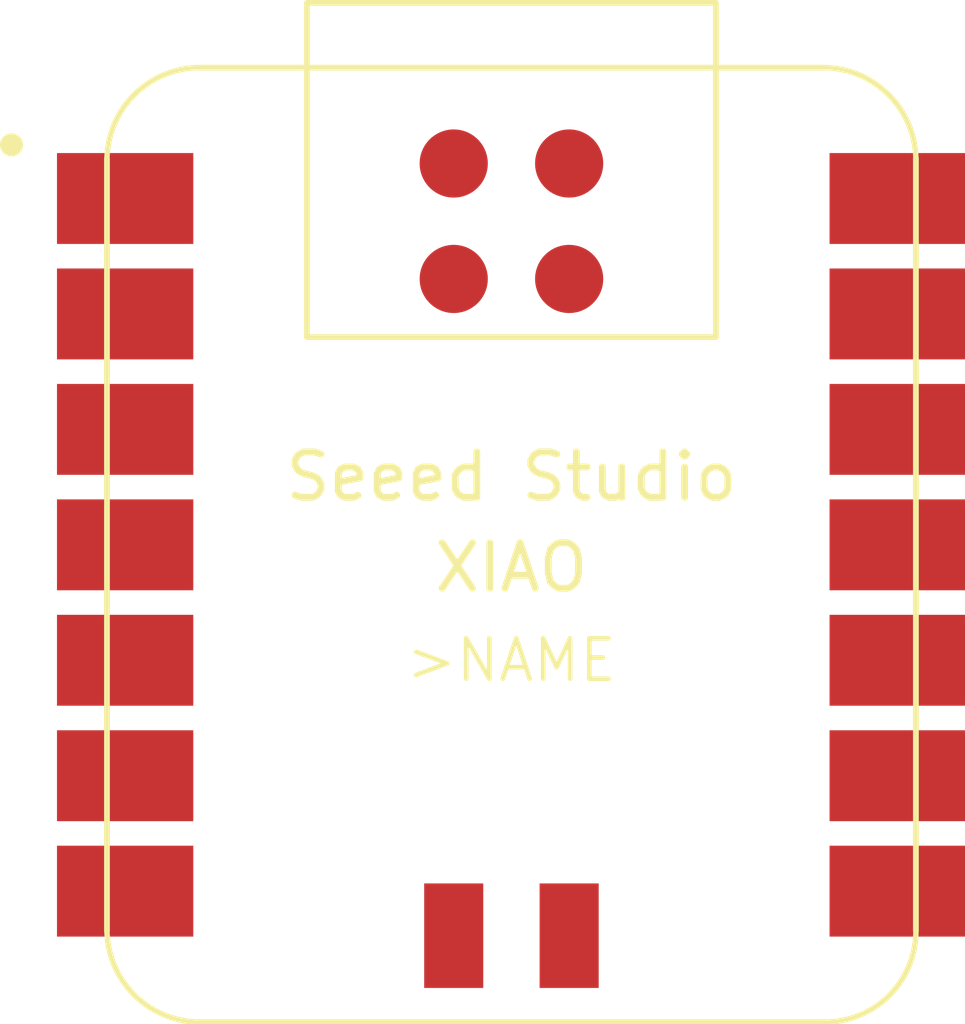
<source format=kicad_pcb>
(kicad_pcb (version 20240108) (generator "pcbnew") (generator_version "8.0")
  (layers (0 "F.Cu" signal) (31 "B.Cu" signal) (34 "B.Paste" user) (35 "F.Paste" user) (36 "B.SilkS" user "B.Silkscreen") (37 "F.SilkS" user "F.Silkscreen") (38 "B.Mask" user) (39 "F.Mask" user) (44 "Edge.Cuts" user))
  (net 0 "")
  (footprint "Seeed Studio XIAO Series Library:XIAO-SAMD21-RP2040-14P-2.54-21X17.8MM (Seeeduino XIAO)" (layer "F.Cu") (at 55 52.5)
    (property "Reference" ">NAME" (at 0 2.54 0) (layer "F.SilkS") (effects (font (size 0.889 0.889) (thickness 0.1016))))
    (property "Value" ">VALUE" (hide yes))
    (fp_line (start -8.9 -8.5) (end -8.9 8.5) (stroke (width 0.127)) (layer "F.SilkS"))
    (fp_line (start -6.9 10.5) (end 6.9 10.5) (stroke (width 0.127)) (layer "F.SilkS"))
    (fp_line (start -4.5 -11.92403) (end 4.5 -11.92403) (stroke (width 0.127)) (layer "F.SilkS"))
    (fp_line (start -4.5 -4.57073) (end -4.5 -11.92403) (stroke (width 0.127)) (layer "F.SilkS"))
    (fp_line (start 4.5 -11.92403) (end 4.5 -4.57073) (stroke (width 0.127)) (layer "F.SilkS"))
    (fp_line (start 4.5 -4.57073) (end -4.5 -4.57073) (stroke (width 0.127)) (layer "F.SilkS"))
    (fp_line (start 6.9 -10.49909) (end -6.9 -10.49909) (stroke (width 0.127)) (layer "F.SilkS"))
    (fp_line (start 8.9 8.5) (end 8.9 -8.5) (stroke (width 0.127)) (layer "F.SilkS"))
    (fp_arc (start -8.9 -8.5) (mid -8.301491 -9.901491) (end -6.9 -10.5) (stroke (width 0.12)) (layer "F.SilkS"))
    (fp_arc (start -6.9 10.5) (mid -8.301423 9.901423) (end -8.9 8.5) (stroke (width 0.12)) (layer "F.SilkS"))
    (fp_arc (start 6.9 -10.5) (mid 8.301492 -9.901492) (end 8.9 -8.5) (stroke (width 0.12)) (layer "F.SilkS"))
    (fp_arc (start 8.9 8.5) (mid 8.314214 9.914214) (end 6.9 10.5) (stroke (width 0.12)) (layer "F.SilkS"))
    (fp_circle (center -11 -8.8) (end -11 -9.054) (fill solid) (layer "F.SilkS"))
    (fp_poly (pts (xy -8.887715 -8.561705) (xy -8.884667 -8.610473) (xy -8.880603 -8.659494)) (stroke (width 0.0254)) (fill none) (layer "F.SilkS"))
    (fp_poly (pts (xy 8.889492 8.521574) (xy 8.887713 8.57085) (xy 8.884665 8.619618) (xy 8.880601 8.668639) (xy 8.875268 8.717407) (xy 8.868664 8.766175) (xy 8.861044 8.81469) (xy 8.852153 8.86295) (xy 8.842248 8.910955)) (stroke (width 0.0254)) (fill none) (layer "F.SilkS"))
    (fp_text user "XIAO" (at 0 0.5 0) (layer "F.SilkS"))
    (fp_text user "Seeed Studio" (at 0 -1.5 0) (layer "F.SilkS"))
    (pad "1" smd rect (at -8.5 -7.62) (size 3 2) (layers "F.Cu" "F.Paste" "F.Mask"))
    (pad "2" smd rect (at -8.5 -5.08) (size 3 2) (layers "F.Cu" "F.Paste" "F.Mask"))
    (pad "3" smd rect (at -8.5 -2.54) (size 3 2) (layers "F.Cu" "F.Paste" "F.Mask"))
    (pad "4" smd rect (at -8.5 0) (size 3 2) (layers "F.Cu" "F.Paste" "F.Mask"))
    (pad "5" smd rect (at -8.5 2.54) (size 3 2) (layers "F.Cu" "F.Paste" "F.Mask"))
    (pad "6" smd rect (at -8.5 5.08 180) (size 3 2) (layers "F.Cu" "F.Paste" "F.Mask"))
    (pad "7" smd rect (at -8.5 7.62) (size 3 2) (layers "F.Cu" "F.Paste" "F.Mask"))
    (pad "8" smd rect (at 8.5 7.62) (size 3 2) (layers "F.Cu" "F.Paste" "F.Mask"))
    (pad "9" smd rect (at 8.5 5.08) (size 3 2) (layers "F.Cu" "F.Paste" "F.Mask"))
    (pad "10" smd rect (at 8.5 2.54) (size 3 2) (layers "F.Cu" "F.Paste" "F.Mask"))
    (pad "11" smd rect (at 8.5 0) (size 3 2) (layers "F.Cu" "F.Paste" "F.Mask"))
    (pad "12" smd rect (at 8.5 -2.54) (size 3 2) (layers "F.Cu" "F.Paste" "F.Mask"))
    (pad "13" smd rect (at 8.5 -5.08) (size 3 2) (layers "F.Cu" "F.Paste" "F.Mask"))
    (pad "14" smd rect (at 8.5 -7.62) (size 3 2) (layers "F.Cu" "F.Paste" "F.Mask"))
    (pad "15" smd circle (at -1.27 -8.39 90) (size 1.5 1.5) (layers "F.Cu" "F.Paste" "F.Mask"))
    (pad "16" smd circle (at 1.27 -8.39 90) (size 1.5 1.5) (layers "F.Cu" "F.Paste" "F.Mask"))
    (pad "17" smd circle (at -1.27 -5.85 90) (size 1.5 1.5) (layers "F.Cu" "F.Paste" "F.Mask"))
    (pad "18" smd circle (at 1.27 -5.85 90) (size 1.5 1.5) (layers "F.Cu" "F.Paste" "F.Mask"))
    (pad "19" smd rect (at -1.27 8.6 90) (size 2.3 1.3) (layers "F.Cu" "F.Paste" "F.Mask"))
    (pad "20" smd rect (at 1.27 8.6 90) (size 2.3 1.3) (layers "F.Cu" "F.Paste" "F.Mask"))
  )
)
</source>
